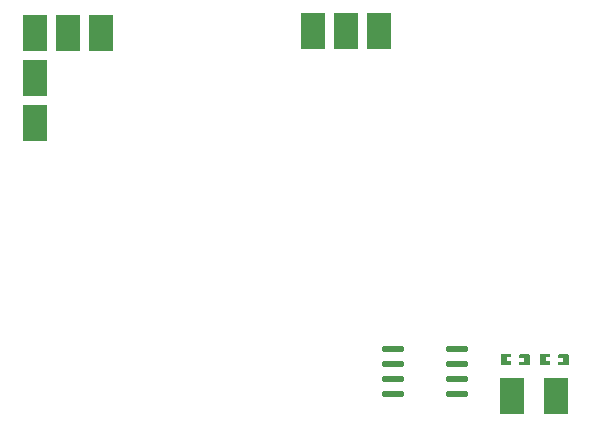
<source format=gbp>
G04 Layer: BottomPasteMaskLayer*
G04 EasyEDA v6.5.47, 2024-10-31 16:23:14*
G04 d01961b007cd42f0ad862483726119fd,f99730456eb041dfa0a19156df6b2b6d,10*
G04 Gerber Generator version 0.2*
G04 Scale: 100 percent, Rotated: No, Reflected: No *
G04 Dimensions in millimeters *
G04 leading zeros omitted , absolute positions ,4 integer and 5 decimal *
%FSLAX45Y45*%
%MOMM*%

%AMMACRO1*21,1,$1,$2,0,0,$3*%
%ADD10MACRO1,3X2X90.0000*%
%ADD11O,1.950212X0.5684012*%

%LPD*%
G36*
X4903622Y-2939491D02*
G01*
X4898593Y-2944520D01*
X4898593Y-2968701D01*
X4935575Y-2968701D01*
X4935575Y-3001721D01*
X4898593Y-3001721D01*
X4898593Y-3024479D01*
X4903622Y-3029508D01*
X4983581Y-3029508D01*
X4988610Y-3024479D01*
X4988610Y-2944520D01*
X4983581Y-2939491D01*
G37*
G36*
X4744618Y-2939491D02*
G01*
X4739589Y-2944520D01*
X4739589Y-3024479D01*
X4744618Y-3029508D01*
X4824577Y-3029508D01*
X4829606Y-3024479D01*
X4829606Y-3000298D01*
X4792624Y-3000298D01*
X4792624Y-2967278D01*
X4829606Y-2967278D01*
X4829606Y-2944520D01*
X4824577Y-2939491D01*
G37*
G36*
X5233822Y-2939491D02*
G01*
X5228793Y-2944520D01*
X5228793Y-2968701D01*
X5265775Y-2968701D01*
X5265775Y-3001721D01*
X5228793Y-3001721D01*
X5228793Y-3024479D01*
X5233822Y-3029508D01*
X5313781Y-3029508D01*
X5318810Y-3024479D01*
X5318810Y-2944520D01*
X5313781Y-2939491D01*
G37*
G36*
X5074818Y-2939491D02*
G01*
X5069789Y-2944520D01*
X5069789Y-3024479D01*
X5074818Y-3029508D01*
X5154777Y-3029508D01*
X5159806Y-3024479D01*
X5159806Y-3000298D01*
X5122824Y-3000298D01*
X5122824Y-2967278D01*
X5159806Y-2967278D01*
X5159806Y-2944520D01*
X5154777Y-2939491D01*
G37*
D10*
G01*
X3429000Y-203200D03*
G01*
X1358900Y-215900D03*
G01*
X800100Y-215900D03*
G01*
X800100Y-596900D03*
G01*
X3708400Y-203200D03*
D11*
G01*
X3831590Y-3276600D03*
G01*
X3831590Y-3149600D03*
G01*
X3831590Y-3022600D03*
G01*
X3831590Y-2895600D03*
G01*
X4372609Y-3276600D03*
G01*
X4372609Y-3149600D03*
G01*
X4372609Y-3022600D03*
G01*
X4372609Y-2895600D03*
D10*
G01*
X1079500Y-215900D03*
G01*
X3149600Y-203200D03*
G01*
X800100Y-977900D03*
G01*
X4838700Y-3289300D03*
G01*
X5207000Y-3289300D03*
M02*

</source>
